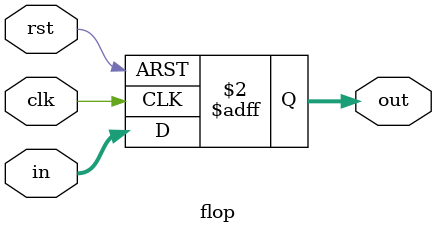
<source format=v>
`timescale 1ns / 1ps


module flop #(parameter WIDTH = 8)(
	input wire clk,rst,
	input wire[WIDTH-1:0] in,
	output reg[WIDTH-1:0] out
    );
	always @(posedge clk or posedge rst) begin
		if(rst) begin
			out <= 0;
		end else begin
			out <= in;
		end
	end
endmodule
</source>
